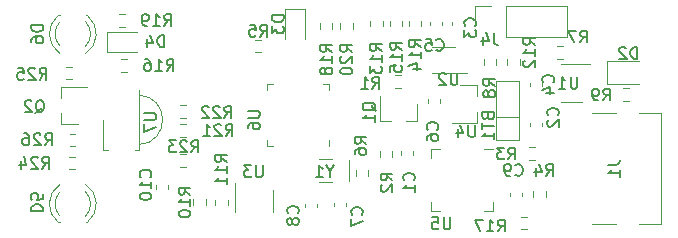
<source format=gbo>
G04 #@! TF.GenerationSoftware,KiCad,Pcbnew,(5.1.10-1-10_14)*
G04 #@! TF.CreationDate,2021-11-14T21:27:09+03:00*
G04 #@! TF.ProjectId,IR_iButton,49525f69-4275-4747-946f-6e2e6b696361,rev?*
G04 #@! TF.SameCoordinates,Original*
G04 #@! TF.FileFunction,Legend,Bot*
G04 #@! TF.FilePolarity,Positive*
%FSLAX46Y46*%
G04 Gerber Fmt 4.6, Leading zero omitted, Abs format (unit mm)*
G04 Created by KiCad (PCBNEW (5.1.10-1-10_14)) date 2021-11-14 21:27:09*
%MOMM*%
%LPD*%
G01*
G04 APERTURE LIST*
%ADD10C,0.120000*%
%ADD11C,0.150000*%
G04 APERTURE END LIST*
D10*
X211080000Y-111210000D02*
X210150000Y-111210000D01*
X207920000Y-111210000D02*
X208850000Y-111210000D01*
X207920000Y-111210000D02*
X207920000Y-109050000D01*
X211080000Y-111210000D02*
X211080000Y-109750000D01*
X209687258Y-107327500D02*
X209212742Y-107327500D01*
X209687258Y-108372500D02*
X209212742Y-108372500D01*
X189985000Y-116940580D02*
X189985000Y-116659420D01*
X188965000Y-116940580D02*
X188965000Y-116659420D01*
X203850000Y-114450000D02*
X202750000Y-114450000D01*
X203850000Y-116350000D02*
X202750000Y-116350000D01*
X205250000Y-114500000D02*
X205250000Y-116300000D01*
X201540000Y-118209420D02*
X201540000Y-118490580D01*
X202560000Y-118209420D02*
X202560000Y-118490580D01*
X204040000Y-118159420D02*
X204040000Y-118440580D01*
X205060000Y-118159420D02*
X205060000Y-118440580D01*
X219910000Y-117565580D02*
X219910000Y-117284420D01*
X218890000Y-117565580D02*
X218890000Y-117284420D01*
X203560000Y-108565000D02*
X203560000Y-108090000D01*
X203560000Y-108090000D02*
X203085000Y-108090000D01*
X198340000Y-112835000D02*
X198340000Y-113310000D01*
X198340000Y-113310000D02*
X198815000Y-113310000D01*
X198340000Y-108565000D02*
X198340000Y-108090000D01*
X198340000Y-108090000D02*
X198815000Y-108090000D01*
X203560000Y-112835000D02*
X203560000Y-113310000D01*
X212965000Y-113570000D02*
X212240000Y-113570000D01*
X212240000Y-113570000D02*
X212240000Y-114295000D01*
X216735000Y-118790000D02*
X217460000Y-118790000D01*
X217460000Y-118790000D02*
X217460000Y-118065000D01*
X212965000Y-118790000D02*
X212240000Y-118790000D01*
X212240000Y-118790000D02*
X212240000Y-118065000D01*
X216735000Y-113570000D02*
X217460000Y-113570000D01*
X216160000Y-108170000D02*
X216160000Y-109100000D01*
X216160000Y-111330000D02*
X216160000Y-110400000D01*
X216160000Y-111330000D02*
X214000000Y-111330000D01*
X216160000Y-108170000D02*
X214700000Y-108170000D01*
X198885000Y-117075000D02*
X198885000Y-118875000D01*
X195665000Y-118875000D02*
X195665000Y-116425000D01*
X214250000Y-104930000D02*
X212350000Y-104930000D01*
X215250000Y-107170000D02*
X212350000Y-107170000D01*
X225050000Y-109610000D02*
X223250000Y-109610000D01*
X223250000Y-106390000D02*
X225700000Y-106390000D01*
X202802500Y-102937742D02*
X202802500Y-103412258D01*
X203847500Y-102937742D02*
X203847500Y-103412258D01*
X191012742Y-115072500D02*
X191487258Y-115072500D01*
X191012742Y-114027500D02*
X191487258Y-114027500D01*
X191012742Y-110922500D02*
X191487258Y-110922500D01*
X191012742Y-109877500D02*
X191487258Y-109877500D01*
X191012742Y-112522500D02*
X191487258Y-112522500D01*
X191012742Y-111477500D02*
X191487258Y-111477500D01*
X205597500Y-103412258D02*
X205597500Y-102937742D01*
X204552500Y-103412258D02*
X204552500Y-102937742D01*
X220337258Y-119327500D02*
X219862742Y-119327500D01*
X220337258Y-120372500D02*
X219862742Y-120372500D01*
X208727500Y-102712742D02*
X208727500Y-103187258D01*
X209772500Y-102712742D02*
X209772500Y-103187258D01*
X210327500Y-102712742D02*
X210327500Y-103187258D01*
X211372500Y-102712742D02*
X211372500Y-103187258D01*
X207077500Y-102712742D02*
X207077500Y-103187258D01*
X208122500Y-102712742D02*
X208122500Y-103187258D01*
X219722500Y-106437258D02*
X219722500Y-105962742D01*
X218677500Y-106437258D02*
X218677500Y-105962742D01*
X193977500Y-117862742D02*
X193977500Y-118337258D01*
X195022500Y-117862742D02*
X195022500Y-118337258D01*
X192102500Y-117837742D02*
X192102500Y-118312258D01*
X193147500Y-117837742D02*
X193147500Y-118312258D01*
X228512742Y-109472500D02*
X228987258Y-109472500D01*
X228512742Y-108427500D02*
X228987258Y-108427500D01*
X217722500Y-106437258D02*
X217722500Y-105962742D01*
X216677500Y-106437258D02*
X216677500Y-105962742D01*
X222912742Y-105922500D02*
X223387258Y-105922500D01*
X222912742Y-104877500D02*
X223387258Y-104877500D01*
X221922500Y-117637258D02*
X221922500Y-117162742D01*
X220877500Y-117637258D02*
X220877500Y-117162742D01*
X221037258Y-113427500D02*
X220562742Y-113427500D01*
X221037258Y-114472500D02*
X220562742Y-114472500D01*
X206922500Y-115837258D02*
X206922500Y-115362742D01*
X205877500Y-115837258D02*
X205877500Y-115362742D01*
X197812258Y-104327500D02*
X197337742Y-104327500D01*
X197812258Y-105372500D02*
X197337742Y-105372500D01*
X207877500Y-113762742D02*
X207877500Y-114237258D01*
X208922500Y-113762742D02*
X208922500Y-114237258D01*
X199900000Y-101700000D02*
X201600000Y-101700000D01*
X201600000Y-101700000D02*
X201600000Y-104250000D01*
X199900000Y-101700000D02*
X199900000Y-104250000D01*
X229850000Y-108060000D02*
X227165000Y-108060000D01*
X227165000Y-108060000D02*
X227165000Y-106140000D01*
X227165000Y-106140000D02*
X229850000Y-106140000D01*
X213010000Y-109640580D02*
X213010000Y-109359420D01*
X211990000Y-109640580D02*
X211990000Y-109359420D01*
X212140000Y-102809420D02*
X212140000Y-103090580D01*
X213160000Y-102809420D02*
X213160000Y-103090580D01*
X221610000Y-108240580D02*
X221610000Y-107959420D01*
X220590000Y-108240580D02*
X220590000Y-107959420D01*
X213990000Y-102809420D02*
X213990000Y-103090580D01*
X215010000Y-102809420D02*
X215010000Y-103090580D01*
X220640000Y-111359420D02*
X220640000Y-111640580D01*
X221660000Y-111359420D02*
X221660000Y-111640580D01*
X209690000Y-113759420D02*
X209690000Y-114040580D01*
X210710000Y-113759420D02*
X210710000Y-114040580D01*
X217700000Y-112850000D02*
X219700000Y-112850000D01*
X219700000Y-112850000D02*
X219700000Y-107850000D01*
X219700000Y-107850000D02*
X217700000Y-107850000D01*
X217700000Y-107850000D02*
X217700000Y-112850000D01*
X217700000Y-110850000D02*
X219700000Y-110850000D01*
X229800000Y-110500000D02*
X231700000Y-110500000D01*
X225900000Y-110500000D02*
X227900000Y-110500000D01*
X229800000Y-119900000D02*
X231700000Y-119900000D01*
X225900000Y-119900000D02*
X227900000Y-119900000D01*
X231700000Y-110500000D02*
X231700000Y-119900000D01*
X185812742Y-103222500D02*
X186287258Y-103222500D01*
X185812742Y-102177500D02*
X186287258Y-102177500D01*
X185987742Y-107022500D02*
X186462258Y-107022500D01*
X185987742Y-105977500D02*
X186462258Y-105977500D01*
X184775000Y-105400000D02*
X184775000Y-103700000D01*
X184775000Y-103700000D02*
X187325000Y-103700000D01*
X184775000Y-105400000D02*
X187325000Y-105400000D01*
X215970000Y-101470000D02*
X215970000Y-102800000D01*
X217300000Y-101470000D02*
X215970000Y-101470000D01*
X218570000Y-101470000D02*
X218570000Y-104130000D01*
X218570000Y-104130000D02*
X223710000Y-104130000D01*
X218570000Y-101470000D02*
X223710000Y-101470000D01*
X223710000Y-101470000D02*
X223710000Y-104130000D01*
X182117258Y-112277500D02*
X181642742Y-112277500D01*
X182117258Y-113322500D02*
X181642742Y-113322500D01*
X181827258Y-106617500D02*
X181352742Y-106617500D01*
X181827258Y-107662500D02*
X181352742Y-107662500D01*
X182047258Y-114257500D02*
X181572742Y-114257500D01*
X182047258Y-115302500D02*
X181572742Y-115302500D01*
X182980000Y-102270000D02*
X183136000Y-102270000D01*
X180664000Y-102270000D02*
X180820000Y-102270000D01*
X182979837Y-104871130D02*
G75*
G03*
X182980000Y-102789039I-1079837J1041130D01*
G01*
X180820163Y-104871130D02*
G75*
G02*
X180820000Y-102789039I1079837J1041130D01*
G01*
X182978608Y-105502335D02*
G75*
G03*
X183135516Y-102270000I-1078608J1672335D01*
G01*
X180821392Y-105502335D02*
G75*
G02*
X180664484Y-102270000I1078608J1672335D01*
G01*
X180820000Y-119790000D02*
X180664000Y-119790000D01*
X183136000Y-119790000D02*
X182980000Y-119790000D01*
X180820163Y-117188870D02*
G75*
G03*
X180820000Y-119270961I1079837J-1041130D01*
G01*
X182979837Y-117188870D02*
G75*
G02*
X182980000Y-119270961I-1079837J-1041130D01*
G01*
X180821392Y-116557665D02*
G75*
G03*
X180664484Y-119790000I1078608J-1672335D01*
G01*
X182978608Y-116557665D02*
G75*
G02*
X183135516Y-119790000I-1078608J-1672335D01*
G01*
X180910000Y-111490000D02*
X182370000Y-111490000D01*
X180910000Y-108330000D02*
X183070000Y-108330000D01*
X180910000Y-108330000D02*
X180910000Y-109260000D01*
X180910000Y-111490000D02*
X180910000Y-110560000D01*
X184840000Y-113700000D02*
X184490000Y-113700000D01*
X184490000Y-113700000D02*
X184490000Y-111100000D01*
X187160000Y-113700000D02*
X187500000Y-113700000D01*
X187500000Y-113700000D02*
X187500000Y-108610000D01*
X187501736Y-109000083D02*
G75*
G02*
X187500000Y-113200000I-101736J-2099917D01*
G01*
D11*
X207547619Y-110354761D02*
X207500000Y-110259523D01*
X207404761Y-110164285D01*
X207261904Y-110021428D01*
X207214285Y-109926190D01*
X207214285Y-109830952D01*
X207452380Y-109878571D02*
X207404761Y-109783333D01*
X207309523Y-109688095D01*
X207119047Y-109640476D01*
X206785714Y-109640476D01*
X206595238Y-109688095D01*
X206500000Y-109783333D01*
X206452380Y-109878571D01*
X206452380Y-110069047D01*
X206500000Y-110164285D01*
X206595238Y-110259523D01*
X206785714Y-110307142D01*
X207119047Y-110307142D01*
X207309523Y-110259523D01*
X207404761Y-110164285D01*
X207452380Y-110069047D01*
X207452380Y-109878571D01*
X207452380Y-111259523D02*
X207452380Y-110688095D01*
X207452380Y-110973809D02*
X206452380Y-110973809D01*
X206595238Y-110878571D01*
X206690476Y-110783333D01*
X206738095Y-110688095D01*
X207266666Y-108452380D02*
X207600000Y-107976190D01*
X207838095Y-108452380D02*
X207838095Y-107452380D01*
X207457142Y-107452380D01*
X207361904Y-107500000D01*
X207314285Y-107547619D01*
X207266666Y-107642857D01*
X207266666Y-107785714D01*
X207314285Y-107880952D01*
X207361904Y-107928571D01*
X207457142Y-107976190D01*
X207838095Y-107976190D01*
X206314285Y-108452380D02*
X206885714Y-108452380D01*
X206600000Y-108452380D02*
X206600000Y-107452380D01*
X206695238Y-107595238D01*
X206790476Y-107690476D01*
X206885714Y-107738095D01*
X188457142Y-115957142D02*
X188504761Y-115909523D01*
X188552380Y-115766666D01*
X188552380Y-115671428D01*
X188504761Y-115528571D01*
X188409523Y-115433333D01*
X188314285Y-115385714D01*
X188123809Y-115338095D01*
X187980952Y-115338095D01*
X187790476Y-115385714D01*
X187695238Y-115433333D01*
X187600000Y-115528571D01*
X187552380Y-115671428D01*
X187552380Y-115766666D01*
X187600000Y-115909523D01*
X187647619Y-115957142D01*
X188552380Y-116909523D02*
X188552380Y-116338095D01*
X188552380Y-116623809D02*
X187552380Y-116623809D01*
X187695238Y-116528571D01*
X187790476Y-116433333D01*
X187838095Y-116338095D01*
X187552380Y-117528571D02*
X187552380Y-117623809D01*
X187600000Y-117719047D01*
X187647619Y-117766666D01*
X187742857Y-117814285D01*
X187933333Y-117861904D01*
X188171428Y-117861904D01*
X188361904Y-117814285D01*
X188457142Y-117766666D01*
X188504761Y-117719047D01*
X188552380Y-117623809D01*
X188552380Y-117528571D01*
X188504761Y-117433333D01*
X188457142Y-117385714D01*
X188361904Y-117338095D01*
X188171428Y-117290476D01*
X187933333Y-117290476D01*
X187742857Y-117338095D01*
X187647619Y-117385714D01*
X187600000Y-117433333D01*
X187552380Y-117528571D01*
X203676190Y-115476190D02*
X203676190Y-115952380D01*
X204009523Y-114952380D02*
X203676190Y-115476190D01*
X203342857Y-114952380D01*
X202485714Y-115952380D02*
X203057142Y-115952380D01*
X202771428Y-115952380D02*
X202771428Y-114952380D01*
X202866666Y-115095238D01*
X202961904Y-115190476D01*
X203057142Y-115238095D01*
X200957142Y-119033333D02*
X201004761Y-118985714D01*
X201052380Y-118842857D01*
X201052380Y-118747619D01*
X201004761Y-118604761D01*
X200909523Y-118509523D01*
X200814285Y-118461904D01*
X200623809Y-118414285D01*
X200480952Y-118414285D01*
X200290476Y-118461904D01*
X200195238Y-118509523D01*
X200100000Y-118604761D01*
X200052380Y-118747619D01*
X200052380Y-118842857D01*
X200100000Y-118985714D01*
X200147619Y-119033333D01*
X200480952Y-119604761D02*
X200433333Y-119509523D01*
X200385714Y-119461904D01*
X200290476Y-119414285D01*
X200242857Y-119414285D01*
X200147619Y-119461904D01*
X200100000Y-119509523D01*
X200052380Y-119604761D01*
X200052380Y-119795238D01*
X200100000Y-119890476D01*
X200147619Y-119938095D01*
X200242857Y-119985714D01*
X200290476Y-119985714D01*
X200385714Y-119938095D01*
X200433333Y-119890476D01*
X200480952Y-119795238D01*
X200480952Y-119604761D01*
X200528571Y-119509523D01*
X200576190Y-119461904D01*
X200671428Y-119414285D01*
X200861904Y-119414285D01*
X200957142Y-119461904D01*
X201004761Y-119509523D01*
X201052380Y-119604761D01*
X201052380Y-119795238D01*
X201004761Y-119890476D01*
X200957142Y-119938095D01*
X200861904Y-119985714D01*
X200671428Y-119985714D01*
X200576190Y-119938095D01*
X200528571Y-119890476D01*
X200480952Y-119795238D01*
X206357142Y-119133333D02*
X206404761Y-119085714D01*
X206452380Y-118942857D01*
X206452380Y-118847619D01*
X206404761Y-118704761D01*
X206309523Y-118609523D01*
X206214285Y-118561904D01*
X206023809Y-118514285D01*
X205880952Y-118514285D01*
X205690476Y-118561904D01*
X205595238Y-118609523D01*
X205500000Y-118704761D01*
X205452380Y-118847619D01*
X205452380Y-118942857D01*
X205500000Y-119085714D01*
X205547619Y-119133333D01*
X205452380Y-119466666D02*
X205452380Y-120133333D01*
X206452380Y-119704761D01*
X219366666Y-115757142D02*
X219414285Y-115804761D01*
X219557142Y-115852380D01*
X219652380Y-115852380D01*
X219795238Y-115804761D01*
X219890476Y-115709523D01*
X219938095Y-115614285D01*
X219985714Y-115423809D01*
X219985714Y-115280952D01*
X219938095Y-115090476D01*
X219890476Y-114995238D01*
X219795238Y-114900000D01*
X219652380Y-114852380D01*
X219557142Y-114852380D01*
X219414285Y-114900000D01*
X219366666Y-114947619D01*
X218890476Y-115852380D02*
X218700000Y-115852380D01*
X218604761Y-115804761D01*
X218557142Y-115757142D01*
X218461904Y-115614285D01*
X218414285Y-115423809D01*
X218414285Y-115042857D01*
X218461904Y-114947619D01*
X218509523Y-114900000D01*
X218604761Y-114852380D01*
X218795238Y-114852380D01*
X218890476Y-114900000D01*
X218938095Y-114947619D01*
X218985714Y-115042857D01*
X218985714Y-115280952D01*
X218938095Y-115376190D01*
X218890476Y-115423809D01*
X218795238Y-115471428D01*
X218604761Y-115471428D01*
X218509523Y-115423809D01*
X218461904Y-115376190D01*
X218414285Y-115280952D01*
X196752380Y-110338095D02*
X197561904Y-110338095D01*
X197657142Y-110385714D01*
X197704761Y-110433333D01*
X197752380Y-110528571D01*
X197752380Y-110719047D01*
X197704761Y-110814285D01*
X197657142Y-110861904D01*
X197561904Y-110909523D01*
X196752380Y-110909523D01*
X196752380Y-111814285D02*
X196752380Y-111623809D01*
X196800000Y-111528571D01*
X196847619Y-111480952D01*
X196990476Y-111385714D01*
X197180952Y-111338095D01*
X197561904Y-111338095D01*
X197657142Y-111385714D01*
X197704761Y-111433333D01*
X197752380Y-111528571D01*
X197752380Y-111719047D01*
X197704761Y-111814285D01*
X197657142Y-111861904D01*
X197561904Y-111909523D01*
X197323809Y-111909523D01*
X197228571Y-111861904D01*
X197180952Y-111814285D01*
X197133333Y-111719047D01*
X197133333Y-111528571D01*
X197180952Y-111433333D01*
X197228571Y-111385714D01*
X197323809Y-111338095D01*
X213861904Y-119352380D02*
X213861904Y-120161904D01*
X213814285Y-120257142D01*
X213766666Y-120304761D01*
X213671428Y-120352380D01*
X213480952Y-120352380D01*
X213385714Y-120304761D01*
X213338095Y-120257142D01*
X213290476Y-120161904D01*
X213290476Y-119352380D01*
X212338095Y-119352380D02*
X212814285Y-119352380D01*
X212861904Y-119828571D01*
X212814285Y-119780952D01*
X212719047Y-119733333D01*
X212480952Y-119733333D01*
X212385714Y-119780952D01*
X212338095Y-119828571D01*
X212290476Y-119923809D01*
X212290476Y-120161904D01*
X212338095Y-120257142D01*
X212385714Y-120304761D01*
X212480952Y-120352380D01*
X212719047Y-120352380D01*
X212814285Y-120304761D01*
X212861904Y-120257142D01*
X215961904Y-111552380D02*
X215961904Y-112361904D01*
X215914285Y-112457142D01*
X215866666Y-112504761D01*
X215771428Y-112552380D01*
X215580952Y-112552380D01*
X215485714Y-112504761D01*
X215438095Y-112457142D01*
X215390476Y-112361904D01*
X215390476Y-111552380D01*
X214485714Y-111885714D02*
X214485714Y-112552380D01*
X214723809Y-111504761D02*
X214961904Y-112219047D01*
X214342857Y-112219047D01*
X197961904Y-114952380D02*
X197961904Y-115761904D01*
X197914285Y-115857142D01*
X197866666Y-115904761D01*
X197771428Y-115952380D01*
X197580952Y-115952380D01*
X197485714Y-115904761D01*
X197438095Y-115857142D01*
X197390476Y-115761904D01*
X197390476Y-114952380D01*
X197009523Y-114952380D02*
X196390476Y-114952380D01*
X196723809Y-115333333D01*
X196580952Y-115333333D01*
X196485714Y-115380952D01*
X196438095Y-115428571D01*
X196390476Y-115523809D01*
X196390476Y-115761904D01*
X196438095Y-115857142D01*
X196485714Y-115904761D01*
X196580952Y-115952380D01*
X196866666Y-115952380D01*
X196961904Y-115904761D01*
X197009523Y-115857142D01*
X214461904Y-107152380D02*
X214461904Y-107961904D01*
X214414285Y-108057142D01*
X214366666Y-108104761D01*
X214271428Y-108152380D01*
X214080952Y-108152380D01*
X213985714Y-108104761D01*
X213938095Y-108057142D01*
X213890476Y-107961904D01*
X213890476Y-107152380D01*
X213461904Y-107247619D02*
X213414285Y-107200000D01*
X213319047Y-107152380D01*
X213080952Y-107152380D01*
X212985714Y-107200000D01*
X212938095Y-107247619D01*
X212890476Y-107342857D01*
X212890476Y-107438095D01*
X212938095Y-107580952D01*
X213509523Y-108152380D01*
X212890476Y-108152380D01*
X224611904Y-107452380D02*
X224611904Y-108261904D01*
X224564285Y-108357142D01*
X224516666Y-108404761D01*
X224421428Y-108452380D01*
X224230952Y-108452380D01*
X224135714Y-108404761D01*
X224088095Y-108357142D01*
X224040476Y-108261904D01*
X224040476Y-107452380D01*
X223040476Y-108452380D02*
X223611904Y-108452380D01*
X223326190Y-108452380D02*
X223326190Y-107452380D01*
X223421428Y-107595238D01*
X223516666Y-107690476D01*
X223611904Y-107738095D01*
X203852380Y-105357142D02*
X203376190Y-105023809D01*
X203852380Y-104785714D02*
X202852380Y-104785714D01*
X202852380Y-105166666D01*
X202900000Y-105261904D01*
X202947619Y-105309523D01*
X203042857Y-105357142D01*
X203185714Y-105357142D01*
X203280952Y-105309523D01*
X203328571Y-105261904D01*
X203376190Y-105166666D01*
X203376190Y-104785714D01*
X203852380Y-106309523D02*
X203852380Y-105738095D01*
X203852380Y-106023809D02*
X202852380Y-106023809D01*
X202995238Y-105928571D01*
X203090476Y-105833333D01*
X203138095Y-105738095D01*
X203280952Y-106880952D02*
X203233333Y-106785714D01*
X203185714Y-106738095D01*
X203090476Y-106690476D01*
X203042857Y-106690476D01*
X202947619Y-106738095D01*
X202900000Y-106785714D01*
X202852380Y-106880952D01*
X202852380Y-107071428D01*
X202900000Y-107166666D01*
X202947619Y-107214285D01*
X203042857Y-107261904D01*
X203090476Y-107261904D01*
X203185714Y-107214285D01*
X203233333Y-107166666D01*
X203280952Y-107071428D01*
X203280952Y-106880952D01*
X203328571Y-106785714D01*
X203376190Y-106738095D01*
X203471428Y-106690476D01*
X203661904Y-106690476D01*
X203757142Y-106738095D01*
X203804761Y-106785714D01*
X203852380Y-106880952D01*
X203852380Y-107071428D01*
X203804761Y-107166666D01*
X203757142Y-107214285D01*
X203661904Y-107261904D01*
X203471428Y-107261904D01*
X203376190Y-107214285D01*
X203328571Y-107166666D01*
X203280952Y-107071428D01*
X191942857Y-113852380D02*
X192276190Y-113376190D01*
X192514285Y-113852380D02*
X192514285Y-112852380D01*
X192133333Y-112852380D01*
X192038095Y-112900000D01*
X191990476Y-112947619D01*
X191942857Y-113042857D01*
X191942857Y-113185714D01*
X191990476Y-113280952D01*
X192038095Y-113328571D01*
X192133333Y-113376190D01*
X192514285Y-113376190D01*
X191561904Y-112947619D02*
X191514285Y-112900000D01*
X191419047Y-112852380D01*
X191180952Y-112852380D01*
X191085714Y-112900000D01*
X191038095Y-112947619D01*
X190990476Y-113042857D01*
X190990476Y-113138095D01*
X191038095Y-113280952D01*
X191609523Y-113852380D01*
X190990476Y-113852380D01*
X190657142Y-112852380D02*
X190038095Y-112852380D01*
X190371428Y-113233333D01*
X190228571Y-113233333D01*
X190133333Y-113280952D01*
X190085714Y-113328571D01*
X190038095Y-113423809D01*
X190038095Y-113661904D01*
X190085714Y-113757142D01*
X190133333Y-113804761D01*
X190228571Y-113852380D01*
X190514285Y-113852380D01*
X190609523Y-113804761D01*
X190657142Y-113757142D01*
X194742857Y-110952380D02*
X195076190Y-110476190D01*
X195314285Y-110952380D02*
X195314285Y-109952380D01*
X194933333Y-109952380D01*
X194838095Y-110000000D01*
X194790476Y-110047619D01*
X194742857Y-110142857D01*
X194742857Y-110285714D01*
X194790476Y-110380952D01*
X194838095Y-110428571D01*
X194933333Y-110476190D01*
X195314285Y-110476190D01*
X194361904Y-110047619D02*
X194314285Y-110000000D01*
X194219047Y-109952380D01*
X193980952Y-109952380D01*
X193885714Y-110000000D01*
X193838095Y-110047619D01*
X193790476Y-110142857D01*
X193790476Y-110238095D01*
X193838095Y-110380952D01*
X194409523Y-110952380D01*
X193790476Y-110952380D01*
X193409523Y-110047619D02*
X193361904Y-110000000D01*
X193266666Y-109952380D01*
X193028571Y-109952380D01*
X192933333Y-110000000D01*
X192885714Y-110047619D01*
X192838095Y-110142857D01*
X192838095Y-110238095D01*
X192885714Y-110380952D01*
X193457142Y-110952380D01*
X192838095Y-110952380D01*
X194842857Y-112452380D02*
X195176190Y-111976190D01*
X195414285Y-112452380D02*
X195414285Y-111452380D01*
X195033333Y-111452380D01*
X194938095Y-111500000D01*
X194890476Y-111547619D01*
X194842857Y-111642857D01*
X194842857Y-111785714D01*
X194890476Y-111880952D01*
X194938095Y-111928571D01*
X195033333Y-111976190D01*
X195414285Y-111976190D01*
X194461904Y-111547619D02*
X194414285Y-111500000D01*
X194319047Y-111452380D01*
X194080952Y-111452380D01*
X193985714Y-111500000D01*
X193938095Y-111547619D01*
X193890476Y-111642857D01*
X193890476Y-111738095D01*
X193938095Y-111880952D01*
X194509523Y-112452380D01*
X193890476Y-112452380D01*
X192938095Y-112452380D02*
X193509523Y-112452380D01*
X193223809Y-112452380D02*
X193223809Y-111452380D01*
X193319047Y-111595238D01*
X193414285Y-111690476D01*
X193509523Y-111738095D01*
X205552380Y-105357142D02*
X205076190Y-105023809D01*
X205552380Y-104785714D02*
X204552380Y-104785714D01*
X204552380Y-105166666D01*
X204600000Y-105261904D01*
X204647619Y-105309523D01*
X204742857Y-105357142D01*
X204885714Y-105357142D01*
X204980952Y-105309523D01*
X205028571Y-105261904D01*
X205076190Y-105166666D01*
X205076190Y-104785714D01*
X204647619Y-105738095D02*
X204600000Y-105785714D01*
X204552380Y-105880952D01*
X204552380Y-106119047D01*
X204600000Y-106214285D01*
X204647619Y-106261904D01*
X204742857Y-106309523D01*
X204838095Y-106309523D01*
X204980952Y-106261904D01*
X205552380Y-105690476D01*
X205552380Y-106309523D01*
X204552380Y-106928571D02*
X204552380Y-107023809D01*
X204600000Y-107119047D01*
X204647619Y-107166666D01*
X204742857Y-107214285D01*
X204933333Y-107261904D01*
X205171428Y-107261904D01*
X205361904Y-107214285D01*
X205457142Y-107166666D01*
X205504761Y-107119047D01*
X205552380Y-107023809D01*
X205552380Y-106928571D01*
X205504761Y-106833333D01*
X205457142Y-106785714D01*
X205361904Y-106738095D01*
X205171428Y-106690476D01*
X204933333Y-106690476D01*
X204742857Y-106738095D01*
X204647619Y-106785714D01*
X204600000Y-106833333D01*
X204552380Y-106928571D01*
X217892857Y-120552380D02*
X218226190Y-120076190D01*
X218464285Y-120552380D02*
X218464285Y-119552380D01*
X218083333Y-119552380D01*
X217988095Y-119600000D01*
X217940476Y-119647619D01*
X217892857Y-119742857D01*
X217892857Y-119885714D01*
X217940476Y-119980952D01*
X217988095Y-120028571D01*
X218083333Y-120076190D01*
X218464285Y-120076190D01*
X216940476Y-120552380D02*
X217511904Y-120552380D01*
X217226190Y-120552380D02*
X217226190Y-119552380D01*
X217321428Y-119695238D01*
X217416666Y-119790476D01*
X217511904Y-119838095D01*
X216607142Y-119552380D02*
X215940476Y-119552380D01*
X216369047Y-120552380D01*
X209752380Y-105157142D02*
X209276190Y-104823809D01*
X209752380Y-104585714D02*
X208752380Y-104585714D01*
X208752380Y-104966666D01*
X208800000Y-105061904D01*
X208847619Y-105109523D01*
X208942857Y-105157142D01*
X209085714Y-105157142D01*
X209180952Y-105109523D01*
X209228571Y-105061904D01*
X209276190Y-104966666D01*
X209276190Y-104585714D01*
X209752380Y-106109523D02*
X209752380Y-105538095D01*
X209752380Y-105823809D02*
X208752380Y-105823809D01*
X208895238Y-105728571D01*
X208990476Y-105633333D01*
X209038095Y-105538095D01*
X208752380Y-107014285D02*
X208752380Y-106538095D01*
X209228571Y-106490476D01*
X209180952Y-106538095D01*
X209133333Y-106633333D01*
X209133333Y-106871428D01*
X209180952Y-106966666D01*
X209228571Y-107014285D01*
X209323809Y-107061904D01*
X209561904Y-107061904D01*
X209657142Y-107014285D01*
X209704761Y-106966666D01*
X209752380Y-106871428D01*
X209752380Y-106633333D01*
X209704761Y-106538095D01*
X209657142Y-106490476D01*
X211352380Y-104957142D02*
X210876190Y-104623809D01*
X211352380Y-104385714D02*
X210352380Y-104385714D01*
X210352380Y-104766666D01*
X210400000Y-104861904D01*
X210447619Y-104909523D01*
X210542857Y-104957142D01*
X210685714Y-104957142D01*
X210780952Y-104909523D01*
X210828571Y-104861904D01*
X210876190Y-104766666D01*
X210876190Y-104385714D01*
X211352380Y-105909523D02*
X211352380Y-105338095D01*
X211352380Y-105623809D02*
X210352380Y-105623809D01*
X210495238Y-105528571D01*
X210590476Y-105433333D01*
X210638095Y-105338095D01*
X210685714Y-106766666D02*
X211352380Y-106766666D01*
X210304761Y-106528571D02*
X211019047Y-106290476D01*
X211019047Y-106909523D01*
X208052380Y-105257142D02*
X207576190Y-104923809D01*
X208052380Y-104685714D02*
X207052380Y-104685714D01*
X207052380Y-105066666D01*
X207100000Y-105161904D01*
X207147619Y-105209523D01*
X207242857Y-105257142D01*
X207385714Y-105257142D01*
X207480952Y-105209523D01*
X207528571Y-105161904D01*
X207576190Y-105066666D01*
X207576190Y-104685714D01*
X208052380Y-106209523D02*
X208052380Y-105638095D01*
X208052380Y-105923809D02*
X207052380Y-105923809D01*
X207195238Y-105828571D01*
X207290476Y-105733333D01*
X207338095Y-105638095D01*
X207052380Y-106542857D02*
X207052380Y-107161904D01*
X207433333Y-106828571D01*
X207433333Y-106971428D01*
X207480952Y-107066666D01*
X207528571Y-107114285D01*
X207623809Y-107161904D01*
X207861904Y-107161904D01*
X207957142Y-107114285D01*
X208004761Y-107066666D01*
X208052380Y-106971428D01*
X208052380Y-106685714D01*
X208004761Y-106590476D01*
X207957142Y-106542857D01*
X221052380Y-104757142D02*
X220576190Y-104423809D01*
X221052380Y-104185714D02*
X220052380Y-104185714D01*
X220052380Y-104566666D01*
X220100000Y-104661904D01*
X220147619Y-104709523D01*
X220242857Y-104757142D01*
X220385714Y-104757142D01*
X220480952Y-104709523D01*
X220528571Y-104661904D01*
X220576190Y-104566666D01*
X220576190Y-104185714D01*
X221052380Y-105709523D02*
X221052380Y-105138095D01*
X221052380Y-105423809D02*
X220052380Y-105423809D01*
X220195238Y-105328571D01*
X220290476Y-105233333D01*
X220338095Y-105138095D01*
X220147619Y-106090476D02*
X220100000Y-106138095D01*
X220052380Y-106233333D01*
X220052380Y-106471428D01*
X220100000Y-106566666D01*
X220147619Y-106614285D01*
X220242857Y-106661904D01*
X220338095Y-106661904D01*
X220480952Y-106614285D01*
X221052380Y-106042857D01*
X221052380Y-106661904D01*
X194952380Y-114657142D02*
X194476190Y-114323809D01*
X194952380Y-114085714D02*
X193952380Y-114085714D01*
X193952380Y-114466666D01*
X194000000Y-114561904D01*
X194047619Y-114609523D01*
X194142857Y-114657142D01*
X194285714Y-114657142D01*
X194380952Y-114609523D01*
X194428571Y-114561904D01*
X194476190Y-114466666D01*
X194476190Y-114085714D01*
X194952380Y-115609523D02*
X194952380Y-115038095D01*
X194952380Y-115323809D02*
X193952380Y-115323809D01*
X194095238Y-115228571D01*
X194190476Y-115133333D01*
X194238095Y-115038095D01*
X194952380Y-116561904D02*
X194952380Y-115990476D01*
X194952380Y-116276190D02*
X193952380Y-116276190D01*
X194095238Y-116180952D01*
X194190476Y-116085714D01*
X194238095Y-115990476D01*
X191852380Y-117432142D02*
X191376190Y-117098809D01*
X191852380Y-116860714D02*
X190852380Y-116860714D01*
X190852380Y-117241666D01*
X190900000Y-117336904D01*
X190947619Y-117384523D01*
X191042857Y-117432142D01*
X191185714Y-117432142D01*
X191280952Y-117384523D01*
X191328571Y-117336904D01*
X191376190Y-117241666D01*
X191376190Y-116860714D01*
X191852380Y-118384523D02*
X191852380Y-117813095D01*
X191852380Y-118098809D02*
X190852380Y-118098809D01*
X190995238Y-118003571D01*
X191090476Y-117908333D01*
X191138095Y-117813095D01*
X190852380Y-119003571D02*
X190852380Y-119098809D01*
X190900000Y-119194047D01*
X190947619Y-119241666D01*
X191042857Y-119289285D01*
X191233333Y-119336904D01*
X191471428Y-119336904D01*
X191661904Y-119289285D01*
X191757142Y-119241666D01*
X191804761Y-119194047D01*
X191852380Y-119098809D01*
X191852380Y-119003571D01*
X191804761Y-118908333D01*
X191757142Y-118860714D01*
X191661904Y-118813095D01*
X191471428Y-118765476D01*
X191233333Y-118765476D01*
X191042857Y-118813095D01*
X190947619Y-118860714D01*
X190900000Y-118908333D01*
X190852380Y-119003571D01*
X226816666Y-109452380D02*
X227150000Y-108976190D01*
X227388095Y-109452380D02*
X227388095Y-108452380D01*
X227007142Y-108452380D01*
X226911904Y-108500000D01*
X226864285Y-108547619D01*
X226816666Y-108642857D01*
X226816666Y-108785714D01*
X226864285Y-108880952D01*
X226911904Y-108928571D01*
X227007142Y-108976190D01*
X227388095Y-108976190D01*
X226340476Y-109452380D02*
X226150000Y-109452380D01*
X226054761Y-109404761D01*
X226007142Y-109357142D01*
X225911904Y-109214285D01*
X225864285Y-109023809D01*
X225864285Y-108642857D01*
X225911904Y-108547619D01*
X225959523Y-108500000D01*
X226054761Y-108452380D01*
X226245238Y-108452380D01*
X226340476Y-108500000D01*
X226388095Y-108547619D01*
X226435714Y-108642857D01*
X226435714Y-108880952D01*
X226388095Y-108976190D01*
X226340476Y-109023809D01*
X226245238Y-109071428D01*
X226054761Y-109071428D01*
X225959523Y-109023809D01*
X225911904Y-108976190D01*
X225864285Y-108880952D01*
X217652380Y-108233333D02*
X217176190Y-107900000D01*
X217652380Y-107661904D02*
X216652380Y-107661904D01*
X216652380Y-108042857D01*
X216700000Y-108138095D01*
X216747619Y-108185714D01*
X216842857Y-108233333D01*
X216985714Y-108233333D01*
X217080952Y-108185714D01*
X217128571Y-108138095D01*
X217176190Y-108042857D01*
X217176190Y-107661904D01*
X217080952Y-108804761D02*
X217033333Y-108709523D01*
X216985714Y-108661904D01*
X216890476Y-108614285D01*
X216842857Y-108614285D01*
X216747619Y-108661904D01*
X216700000Y-108709523D01*
X216652380Y-108804761D01*
X216652380Y-108995238D01*
X216700000Y-109090476D01*
X216747619Y-109138095D01*
X216842857Y-109185714D01*
X216890476Y-109185714D01*
X216985714Y-109138095D01*
X217033333Y-109090476D01*
X217080952Y-108995238D01*
X217080952Y-108804761D01*
X217128571Y-108709523D01*
X217176190Y-108661904D01*
X217271428Y-108614285D01*
X217461904Y-108614285D01*
X217557142Y-108661904D01*
X217604761Y-108709523D01*
X217652380Y-108804761D01*
X217652380Y-108995238D01*
X217604761Y-109090476D01*
X217557142Y-109138095D01*
X217461904Y-109185714D01*
X217271428Y-109185714D01*
X217176190Y-109138095D01*
X217128571Y-109090476D01*
X217080952Y-108995238D01*
X224866666Y-104552380D02*
X225200000Y-104076190D01*
X225438095Y-104552380D02*
X225438095Y-103552380D01*
X225057142Y-103552380D01*
X224961904Y-103600000D01*
X224914285Y-103647619D01*
X224866666Y-103742857D01*
X224866666Y-103885714D01*
X224914285Y-103980952D01*
X224961904Y-104028571D01*
X225057142Y-104076190D01*
X225438095Y-104076190D01*
X224533333Y-103552380D02*
X223866666Y-103552380D01*
X224295238Y-104552380D01*
X221966666Y-115852380D02*
X222300000Y-115376190D01*
X222538095Y-115852380D02*
X222538095Y-114852380D01*
X222157142Y-114852380D01*
X222061904Y-114900000D01*
X222014285Y-114947619D01*
X221966666Y-115042857D01*
X221966666Y-115185714D01*
X222014285Y-115280952D01*
X222061904Y-115328571D01*
X222157142Y-115376190D01*
X222538095Y-115376190D01*
X221109523Y-115185714D02*
X221109523Y-115852380D01*
X221347619Y-114804761D02*
X221585714Y-115519047D01*
X220966666Y-115519047D01*
X218766666Y-114452380D02*
X219100000Y-113976190D01*
X219338095Y-114452380D02*
X219338095Y-113452380D01*
X218957142Y-113452380D01*
X218861904Y-113500000D01*
X218814285Y-113547619D01*
X218766666Y-113642857D01*
X218766666Y-113785714D01*
X218814285Y-113880952D01*
X218861904Y-113928571D01*
X218957142Y-113976190D01*
X219338095Y-113976190D01*
X218433333Y-113452380D02*
X217814285Y-113452380D01*
X218147619Y-113833333D01*
X218004761Y-113833333D01*
X217909523Y-113880952D01*
X217861904Y-113928571D01*
X217814285Y-114023809D01*
X217814285Y-114261904D01*
X217861904Y-114357142D01*
X217909523Y-114404761D01*
X218004761Y-114452380D01*
X218290476Y-114452380D01*
X218385714Y-114404761D01*
X218433333Y-114357142D01*
X206752380Y-113133333D02*
X206276190Y-112800000D01*
X206752380Y-112561904D02*
X205752380Y-112561904D01*
X205752380Y-112942857D01*
X205800000Y-113038095D01*
X205847619Y-113085714D01*
X205942857Y-113133333D01*
X206085714Y-113133333D01*
X206180952Y-113085714D01*
X206228571Y-113038095D01*
X206276190Y-112942857D01*
X206276190Y-112561904D01*
X205752380Y-113990476D02*
X205752380Y-113800000D01*
X205800000Y-113704761D01*
X205847619Y-113657142D01*
X205990476Y-113561904D01*
X206180952Y-113514285D01*
X206561904Y-113514285D01*
X206657142Y-113561904D01*
X206704761Y-113609523D01*
X206752380Y-113704761D01*
X206752380Y-113895238D01*
X206704761Y-113990476D01*
X206657142Y-114038095D01*
X206561904Y-114085714D01*
X206323809Y-114085714D01*
X206228571Y-114038095D01*
X206180952Y-113990476D01*
X206133333Y-113895238D01*
X206133333Y-113704761D01*
X206180952Y-113609523D01*
X206228571Y-113561904D01*
X206323809Y-113514285D01*
X197766666Y-104052380D02*
X198100000Y-103576190D01*
X198338095Y-104052380D02*
X198338095Y-103052380D01*
X197957142Y-103052380D01*
X197861904Y-103100000D01*
X197814285Y-103147619D01*
X197766666Y-103242857D01*
X197766666Y-103385714D01*
X197814285Y-103480952D01*
X197861904Y-103528571D01*
X197957142Y-103576190D01*
X198338095Y-103576190D01*
X196861904Y-103052380D02*
X197338095Y-103052380D01*
X197385714Y-103528571D01*
X197338095Y-103480952D01*
X197242857Y-103433333D01*
X197004761Y-103433333D01*
X196909523Y-103480952D01*
X196861904Y-103528571D01*
X196814285Y-103623809D01*
X196814285Y-103861904D01*
X196861904Y-103957142D01*
X196909523Y-104004761D01*
X197004761Y-104052380D01*
X197242857Y-104052380D01*
X197338095Y-104004761D01*
X197385714Y-103957142D01*
X208952380Y-116233333D02*
X208476190Y-115900000D01*
X208952380Y-115661904D02*
X207952380Y-115661904D01*
X207952380Y-116042857D01*
X208000000Y-116138095D01*
X208047619Y-116185714D01*
X208142857Y-116233333D01*
X208285714Y-116233333D01*
X208380952Y-116185714D01*
X208428571Y-116138095D01*
X208476190Y-116042857D01*
X208476190Y-115661904D01*
X208047619Y-116614285D02*
X208000000Y-116661904D01*
X207952380Y-116757142D01*
X207952380Y-116995238D01*
X208000000Y-117090476D01*
X208047619Y-117138095D01*
X208142857Y-117185714D01*
X208238095Y-117185714D01*
X208380952Y-117138095D01*
X208952380Y-116566666D01*
X208952380Y-117185714D01*
X199752380Y-102261904D02*
X198752380Y-102261904D01*
X198752380Y-102500000D01*
X198800000Y-102642857D01*
X198895238Y-102738095D01*
X198990476Y-102785714D01*
X199180952Y-102833333D01*
X199323809Y-102833333D01*
X199514285Y-102785714D01*
X199609523Y-102738095D01*
X199704761Y-102642857D01*
X199752380Y-102500000D01*
X199752380Y-102261904D01*
X198752380Y-103166666D02*
X198752380Y-103785714D01*
X199133333Y-103452380D01*
X199133333Y-103595238D01*
X199180952Y-103690476D01*
X199228571Y-103738095D01*
X199323809Y-103785714D01*
X199561904Y-103785714D01*
X199657142Y-103738095D01*
X199704761Y-103690476D01*
X199752380Y-103595238D01*
X199752380Y-103309523D01*
X199704761Y-103214285D01*
X199657142Y-103166666D01*
X229688095Y-105952380D02*
X229688095Y-104952380D01*
X229450000Y-104952380D01*
X229307142Y-105000000D01*
X229211904Y-105095238D01*
X229164285Y-105190476D01*
X229116666Y-105380952D01*
X229116666Y-105523809D01*
X229164285Y-105714285D01*
X229211904Y-105809523D01*
X229307142Y-105904761D01*
X229450000Y-105952380D01*
X229688095Y-105952380D01*
X228735714Y-105047619D02*
X228688095Y-105000000D01*
X228592857Y-104952380D01*
X228354761Y-104952380D01*
X228259523Y-105000000D01*
X228211904Y-105047619D01*
X228164285Y-105142857D01*
X228164285Y-105238095D01*
X228211904Y-105380952D01*
X228783333Y-105952380D01*
X228164285Y-105952380D01*
X212757142Y-111933333D02*
X212804761Y-111885714D01*
X212852380Y-111742857D01*
X212852380Y-111647619D01*
X212804761Y-111504761D01*
X212709523Y-111409523D01*
X212614285Y-111361904D01*
X212423809Y-111314285D01*
X212280952Y-111314285D01*
X212090476Y-111361904D01*
X211995238Y-111409523D01*
X211900000Y-111504761D01*
X211852380Y-111647619D01*
X211852380Y-111742857D01*
X211900000Y-111885714D01*
X211947619Y-111933333D01*
X211852380Y-112790476D02*
X211852380Y-112600000D01*
X211900000Y-112504761D01*
X211947619Y-112457142D01*
X212090476Y-112361904D01*
X212280952Y-112314285D01*
X212661904Y-112314285D01*
X212757142Y-112361904D01*
X212804761Y-112409523D01*
X212852380Y-112504761D01*
X212852380Y-112695238D01*
X212804761Y-112790476D01*
X212757142Y-112838095D01*
X212661904Y-112885714D01*
X212423809Y-112885714D01*
X212328571Y-112838095D01*
X212280952Y-112790476D01*
X212233333Y-112695238D01*
X212233333Y-112504761D01*
X212280952Y-112409523D01*
X212328571Y-112361904D01*
X212423809Y-112314285D01*
X212666666Y-105157142D02*
X212714285Y-105204761D01*
X212857142Y-105252380D01*
X212952380Y-105252380D01*
X213095238Y-105204761D01*
X213190476Y-105109523D01*
X213238095Y-105014285D01*
X213285714Y-104823809D01*
X213285714Y-104680952D01*
X213238095Y-104490476D01*
X213190476Y-104395238D01*
X213095238Y-104300000D01*
X212952380Y-104252380D01*
X212857142Y-104252380D01*
X212714285Y-104300000D01*
X212666666Y-104347619D01*
X211761904Y-104252380D02*
X212238095Y-104252380D01*
X212285714Y-104728571D01*
X212238095Y-104680952D01*
X212142857Y-104633333D01*
X211904761Y-104633333D01*
X211809523Y-104680952D01*
X211761904Y-104728571D01*
X211714285Y-104823809D01*
X211714285Y-105061904D01*
X211761904Y-105157142D01*
X211809523Y-105204761D01*
X211904761Y-105252380D01*
X212142857Y-105252380D01*
X212238095Y-105204761D01*
X212285714Y-105157142D01*
X222557142Y-107933333D02*
X222604761Y-107885714D01*
X222652380Y-107742857D01*
X222652380Y-107647619D01*
X222604761Y-107504761D01*
X222509523Y-107409523D01*
X222414285Y-107361904D01*
X222223809Y-107314285D01*
X222080952Y-107314285D01*
X221890476Y-107361904D01*
X221795238Y-107409523D01*
X221700000Y-107504761D01*
X221652380Y-107647619D01*
X221652380Y-107742857D01*
X221700000Y-107885714D01*
X221747619Y-107933333D01*
X221985714Y-108790476D02*
X222652380Y-108790476D01*
X221604761Y-108552380D02*
X222319047Y-108314285D01*
X222319047Y-108933333D01*
X215957142Y-103133333D02*
X216004761Y-103085714D01*
X216052380Y-102942857D01*
X216052380Y-102847619D01*
X216004761Y-102704761D01*
X215909523Y-102609523D01*
X215814285Y-102561904D01*
X215623809Y-102514285D01*
X215480952Y-102514285D01*
X215290476Y-102561904D01*
X215195238Y-102609523D01*
X215100000Y-102704761D01*
X215052380Y-102847619D01*
X215052380Y-102942857D01*
X215100000Y-103085714D01*
X215147619Y-103133333D01*
X215052380Y-103466666D02*
X215052380Y-104085714D01*
X215433333Y-103752380D01*
X215433333Y-103895238D01*
X215480952Y-103990476D01*
X215528571Y-104038095D01*
X215623809Y-104085714D01*
X215861904Y-104085714D01*
X215957142Y-104038095D01*
X216004761Y-103990476D01*
X216052380Y-103895238D01*
X216052380Y-103609523D01*
X216004761Y-103514285D01*
X215957142Y-103466666D01*
X222957142Y-110733333D02*
X223004761Y-110685714D01*
X223052380Y-110542857D01*
X223052380Y-110447619D01*
X223004761Y-110304761D01*
X222909523Y-110209523D01*
X222814285Y-110161904D01*
X222623809Y-110114285D01*
X222480952Y-110114285D01*
X222290476Y-110161904D01*
X222195238Y-110209523D01*
X222100000Y-110304761D01*
X222052380Y-110447619D01*
X222052380Y-110542857D01*
X222100000Y-110685714D01*
X222147619Y-110733333D01*
X222147619Y-111114285D02*
X222100000Y-111161904D01*
X222052380Y-111257142D01*
X222052380Y-111495238D01*
X222100000Y-111590476D01*
X222147619Y-111638095D01*
X222242857Y-111685714D01*
X222338095Y-111685714D01*
X222480952Y-111638095D01*
X223052380Y-111066666D01*
X223052380Y-111685714D01*
X210757142Y-116233333D02*
X210804761Y-116185714D01*
X210852380Y-116042857D01*
X210852380Y-115947619D01*
X210804761Y-115804761D01*
X210709523Y-115709523D01*
X210614285Y-115661904D01*
X210423809Y-115614285D01*
X210280952Y-115614285D01*
X210090476Y-115661904D01*
X209995238Y-115709523D01*
X209900000Y-115804761D01*
X209852380Y-115947619D01*
X209852380Y-116042857D01*
X209900000Y-116185714D01*
X209947619Y-116233333D01*
X210852380Y-117185714D02*
X210852380Y-116614285D01*
X210852380Y-116900000D02*
X209852380Y-116900000D01*
X209995238Y-116804761D01*
X210090476Y-116709523D01*
X210138095Y-116614285D01*
X217028571Y-110814285D02*
X217076190Y-110957142D01*
X217123809Y-111004761D01*
X217219047Y-111052380D01*
X217361904Y-111052380D01*
X217457142Y-111004761D01*
X217504761Y-110957142D01*
X217552380Y-110861904D01*
X217552380Y-110480952D01*
X216552380Y-110480952D01*
X216552380Y-110814285D01*
X216600000Y-110909523D01*
X216647619Y-110957142D01*
X216742857Y-111004761D01*
X216838095Y-111004761D01*
X216933333Y-110957142D01*
X216980952Y-110909523D01*
X217028571Y-110814285D01*
X217028571Y-110480952D01*
X216552380Y-111338095D02*
X216552380Y-111909523D01*
X217552380Y-111623809D02*
X216552380Y-111623809D01*
X217552380Y-112766666D02*
X217552380Y-112195238D01*
X217552380Y-112480952D02*
X216552380Y-112480952D01*
X216695238Y-112385714D01*
X216790476Y-112290476D01*
X216838095Y-112195238D01*
X227202380Y-114916666D02*
X227916666Y-114916666D01*
X228059523Y-114869047D01*
X228154761Y-114773809D01*
X228202380Y-114630952D01*
X228202380Y-114535714D01*
X228202380Y-115916666D02*
X228202380Y-115345238D01*
X228202380Y-115630952D02*
X227202380Y-115630952D01*
X227345238Y-115535714D01*
X227440476Y-115440476D01*
X227488095Y-115345238D01*
X189642857Y-103152380D02*
X189976190Y-102676190D01*
X190214285Y-103152380D02*
X190214285Y-102152380D01*
X189833333Y-102152380D01*
X189738095Y-102200000D01*
X189690476Y-102247619D01*
X189642857Y-102342857D01*
X189642857Y-102485714D01*
X189690476Y-102580952D01*
X189738095Y-102628571D01*
X189833333Y-102676190D01*
X190214285Y-102676190D01*
X188690476Y-103152380D02*
X189261904Y-103152380D01*
X188976190Y-103152380D02*
X188976190Y-102152380D01*
X189071428Y-102295238D01*
X189166666Y-102390476D01*
X189261904Y-102438095D01*
X188214285Y-103152380D02*
X188023809Y-103152380D01*
X187928571Y-103104761D01*
X187880952Y-103057142D01*
X187785714Y-102914285D01*
X187738095Y-102723809D01*
X187738095Y-102342857D01*
X187785714Y-102247619D01*
X187833333Y-102200000D01*
X187928571Y-102152380D01*
X188119047Y-102152380D01*
X188214285Y-102200000D01*
X188261904Y-102247619D01*
X188309523Y-102342857D01*
X188309523Y-102580952D01*
X188261904Y-102676190D01*
X188214285Y-102723809D01*
X188119047Y-102771428D01*
X187928571Y-102771428D01*
X187833333Y-102723809D01*
X187785714Y-102676190D01*
X187738095Y-102580952D01*
X189842857Y-106952380D02*
X190176190Y-106476190D01*
X190414285Y-106952380D02*
X190414285Y-105952380D01*
X190033333Y-105952380D01*
X189938095Y-106000000D01*
X189890476Y-106047619D01*
X189842857Y-106142857D01*
X189842857Y-106285714D01*
X189890476Y-106380952D01*
X189938095Y-106428571D01*
X190033333Y-106476190D01*
X190414285Y-106476190D01*
X188890476Y-106952380D02*
X189461904Y-106952380D01*
X189176190Y-106952380D02*
X189176190Y-105952380D01*
X189271428Y-106095238D01*
X189366666Y-106190476D01*
X189461904Y-106238095D01*
X188033333Y-105952380D02*
X188223809Y-105952380D01*
X188319047Y-106000000D01*
X188366666Y-106047619D01*
X188461904Y-106190476D01*
X188509523Y-106380952D01*
X188509523Y-106761904D01*
X188461904Y-106857142D01*
X188414285Y-106904761D01*
X188319047Y-106952380D01*
X188128571Y-106952380D01*
X188033333Y-106904761D01*
X187985714Y-106857142D01*
X187938095Y-106761904D01*
X187938095Y-106523809D01*
X187985714Y-106428571D01*
X188033333Y-106380952D01*
X188128571Y-106333333D01*
X188319047Y-106333333D01*
X188414285Y-106380952D01*
X188461904Y-106428571D01*
X188509523Y-106523809D01*
X189638095Y-104952380D02*
X189638095Y-103952380D01*
X189400000Y-103952380D01*
X189257142Y-104000000D01*
X189161904Y-104095238D01*
X189114285Y-104190476D01*
X189066666Y-104380952D01*
X189066666Y-104523809D01*
X189114285Y-104714285D01*
X189161904Y-104809523D01*
X189257142Y-104904761D01*
X189400000Y-104952380D01*
X189638095Y-104952380D01*
X188209523Y-104285714D02*
X188209523Y-104952380D01*
X188447619Y-103904761D02*
X188685714Y-104619047D01*
X188066666Y-104619047D01*
X217533333Y-103752380D02*
X217533333Y-104466666D01*
X217580952Y-104609523D01*
X217676190Y-104704761D01*
X217819047Y-104752380D01*
X217914285Y-104752380D01*
X216628571Y-104085714D02*
X216628571Y-104752380D01*
X216866666Y-103704761D02*
X217104761Y-104419047D01*
X216485714Y-104419047D01*
X179542857Y-113252380D02*
X179876190Y-112776190D01*
X180114285Y-113252380D02*
X180114285Y-112252380D01*
X179733333Y-112252380D01*
X179638095Y-112300000D01*
X179590476Y-112347619D01*
X179542857Y-112442857D01*
X179542857Y-112585714D01*
X179590476Y-112680952D01*
X179638095Y-112728571D01*
X179733333Y-112776190D01*
X180114285Y-112776190D01*
X179161904Y-112347619D02*
X179114285Y-112300000D01*
X179019047Y-112252380D01*
X178780952Y-112252380D01*
X178685714Y-112300000D01*
X178638095Y-112347619D01*
X178590476Y-112442857D01*
X178590476Y-112538095D01*
X178638095Y-112680952D01*
X179209523Y-113252380D01*
X178590476Y-113252380D01*
X177733333Y-112252380D02*
X177923809Y-112252380D01*
X178019047Y-112300000D01*
X178066666Y-112347619D01*
X178161904Y-112490476D01*
X178209523Y-112680952D01*
X178209523Y-113061904D01*
X178161904Y-113157142D01*
X178114285Y-113204761D01*
X178019047Y-113252380D01*
X177828571Y-113252380D01*
X177733333Y-113204761D01*
X177685714Y-113157142D01*
X177638095Y-113061904D01*
X177638095Y-112823809D01*
X177685714Y-112728571D01*
X177733333Y-112680952D01*
X177828571Y-112633333D01*
X178019047Y-112633333D01*
X178114285Y-112680952D01*
X178161904Y-112728571D01*
X178209523Y-112823809D01*
X179082857Y-107702380D02*
X179416190Y-107226190D01*
X179654285Y-107702380D02*
X179654285Y-106702380D01*
X179273333Y-106702380D01*
X179178095Y-106750000D01*
X179130476Y-106797619D01*
X179082857Y-106892857D01*
X179082857Y-107035714D01*
X179130476Y-107130952D01*
X179178095Y-107178571D01*
X179273333Y-107226190D01*
X179654285Y-107226190D01*
X178701904Y-106797619D02*
X178654285Y-106750000D01*
X178559047Y-106702380D01*
X178320952Y-106702380D01*
X178225714Y-106750000D01*
X178178095Y-106797619D01*
X178130476Y-106892857D01*
X178130476Y-106988095D01*
X178178095Y-107130952D01*
X178749523Y-107702380D01*
X178130476Y-107702380D01*
X177225714Y-106702380D02*
X177701904Y-106702380D01*
X177749523Y-107178571D01*
X177701904Y-107130952D01*
X177606666Y-107083333D01*
X177368571Y-107083333D01*
X177273333Y-107130952D01*
X177225714Y-107178571D01*
X177178095Y-107273809D01*
X177178095Y-107511904D01*
X177225714Y-107607142D01*
X177273333Y-107654761D01*
X177368571Y-107702380D01*
X177606666Y-107702380D01*
X177701904Y-107654761D01*
X177749523Y-107607142D01*
X179312857Y-115232380D02*
X179646190Y-114756190D01*
X179884285Y-115232380D02*
X179884285Y-114232380D01*
X179503333Y-114232380D01*
X179408095Y-114280000D01*
X179360476Y-114327619D01*
X179312857Y-114422857D01*
X179312857Y-114565714D01*
X179360476Y-114660952D01*
X179408095Y-114708571D01*
X179503333Y-114756190D01*
X179884285Y-114756190D01*
X178931904Y-114327619D02*
X178884285Y-114280000D01*
X178789047Y-114232380D01*
X178550952Y-114232380D01*
X178455714Y-114280000D01*
X178408095Y-114327619D01*
X178360476Y-114422857D01*
X178360476Y-114518095D01*
X178408095Y-114660952D01*
X178979523Y-115232380D01*
X178360476Y-115232380D01*
X177503333Y-114565714D02*
X177503333Y-115232380D01*
X177741428Y-114184761D02*
X177979523Y-114899047D01*
X177360476Y-114899047D01*
X179392380Y-103091904D02*
X178392380Y-103091904D01*
X178392380Y-103330000D01*
X178440000Y-103472857D01*
X178535238Y-103568095D01*
X178630476Y-103615714D01*
X178820952Y-103663333D01*
X178963809Y-103663333D01*
X179154285Y-103615714D01*
X179249523Y-103568095D01*
X179344761Y-103472857D01*
X179392380Y-103330000D01*
X179392380Y-103091904D01*
X178392380Y-104520476D02*
X178392380Y-104330000D01*
X178440000Y-104234761D01*
X178487619Y-104187142D01*
X178630476Y-104091904D01*
X178820952Y-104044285D01*
X179201904Y-104044285D01*
X179297142Y-104091904D01*
X179344761Y-104139523D01*
X179392380Y-104234761D01*
X179392380Y-104425238D01*
X179344761Y-104520476D01*
X179297142Y-104568095D01*
X179201904Y-104615714D01*
X178963809Y-104615714D01*
X178868571Y-104568095D01*
X178820952Y-104520476D01*
X178773333Y-104425238D01*
X178773333Y-104234761D01*
X178820952Y-104139523D01*
X178868571Y-104091904D01*
X178963809Y-104044285D01*
X178347619Y-118838095D02*
X179347619Y-118838095D01*
X179347619Y-118600000D01*
X179300000Y-118457142D01*
X179204761Y-118361904D01*
X179109523Y-118314285D01*
X178919047Y-118266666D01*
X178776190Y-118266666D01*
X178585714Y-118314285D01*
X178490476Y-118361904D01*
X178395238Y-118457142D01*
X178347619Y-118600000D01*
X178347619Y-118838095D01*
X179347619Y-117361904D02*
X179347619Y-117838095D01*
X178871428Y-117885714D01*
X178919047Y-117838095D01*
X178966666Y-117742857D01*
X178966666Y-117504761D01*
X178919047Y-117409523D01*
X178871428Y-117361904D01*
X178776190Y-117314285D01*
X178538095Y-117314285D01*
X178442857Y-117361904D01*
X178395238Y-117409523D01*
X178347619Y-117504761D01*
X178347619Y-117742857D01*
X178395238Y-117838095D01*
X178442857Y-117885714D01*
X178735238Y-110517619D02*
X178830476Y-110470000D01*
X178925714Y-110374761D01*
X179068571Y-110231904D01*
X179163809Y-110184285D01*
X179259047Y-110184285D01*
X179211428Y-110422380D02*
X179306666Y-110374761D01*
X179401904Y-110279523D01*
X179449523Y-110089047D01*
X179449523Y-109755714D01*
X179401904Y-109565238D01*
X179306666Y-109470000D01*
X179211428Y-109422380D01*
X179020952Y-109422380D01*
X178925714Y-109470000D01*
X178830476Y-109565238D01*
X178782857Y-109755714D01*
X178782857Y-110089047D01*
X178830476Y-110279523D01*
X178925714Y-110374761D01*
X179020952Y-110422380D01*
X179211428Y-110422380D01*
X178401904Y-109517619D02*
X178354285Y-109470000D01*
X178259047Y-109422380D01*
X178020952Y-109422380D01*
X177925714Y-109470000D01*
X177878095Y-109517619D01*
X177830476Y-109612857D01*
X177830476Y-109708095D01*
X177878095Y-109850952D01*
X178449523Y-110422380D01*
X177830476Y-110422380D01*
X187952380Y-110538095D02*
X188761904Y-110538095D01*
X188857142Y-110585714D01*
X188904761Y-110633333D01*
X188952380Y-110728571D01*
X188952380Y-110919047D01*
X188904761Y-111014285D01*
X188857142Y-111061904D01*
X188761904Y-111109523D01*
X187952380Y-111109523D01*
X187952380Y-111490476D02*
X187952380Y-112157142D01*
X188952380Y-111728571D01*
M02*

</source>
